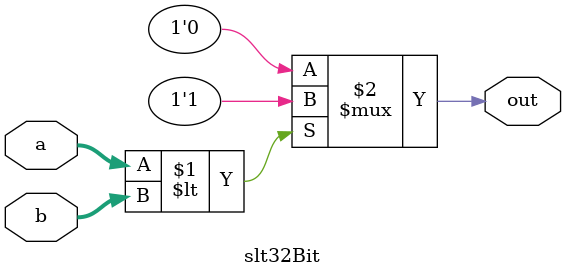
<source format=sv>
`ifndef slt32Bit
`define slt32Bit

module slt32Bit(
    input [31:0] a,
    input [31:0] b,
    output reg out
);
  
  assign out = (a < b) ? 1'b1 : 1'b0;

endmodule


`endif
</source>
